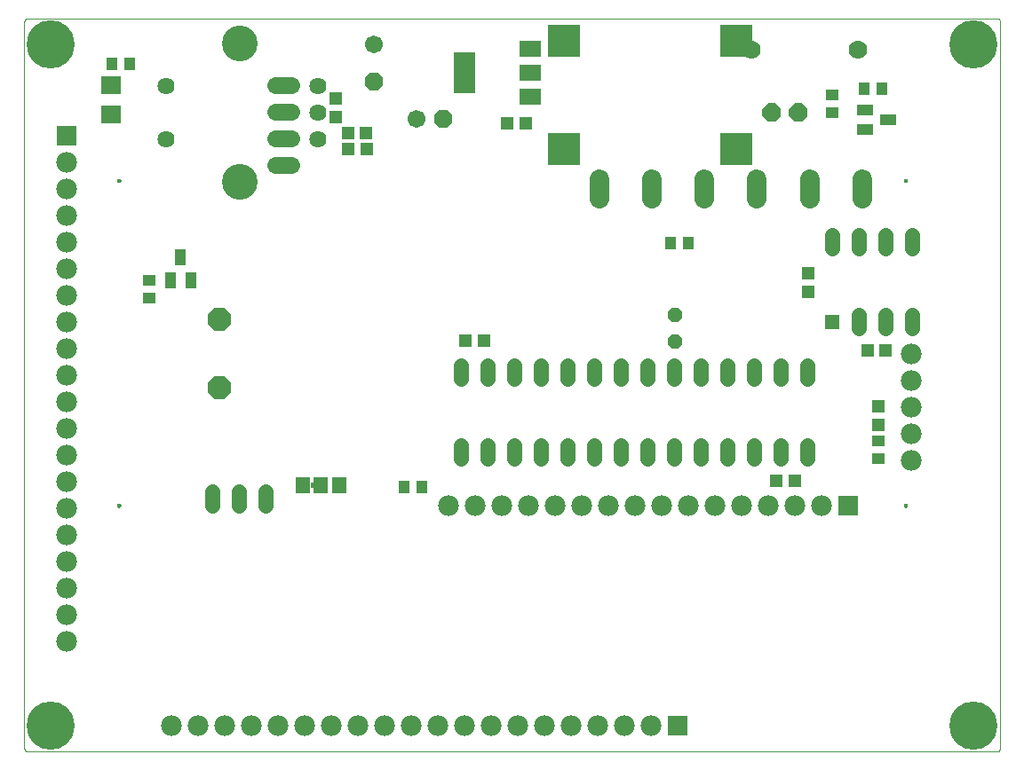
<source format=gts>
G75*
%MOIN*%
%OFA0B0*%
%FSLAX25Y25*%
%IPPOS*%
%LPD*%
%AMOC8*
5,1,8,0,0,1.08239X$1,22.5*
%
%ADD10C,0.00000*%
%ADD11C,0.01581*%
%ADD12R,0.01378X0.01969*%
%ADD13C,0.05600*%
%ADD14R,0.05518X0.06306*%
%ADD15R,0.05600X0.05600*%
%ADD16C,0.07487*%
%ADD17R,0.04652X0.04534*%
%ADD18R,0.04534X0.04652*%
%ADD19R,0.04337X0.04731*%
%ADD20C,0.07800*%
%ADD21R,0.04731X0.04337*%
%ADD22R,0.08274X0.06306*%
%ADD23R,0.08274X0.15361*%
%ADD24OC8,0.06700*%
%ADD25C,0.06700*%
%ADD26R,0.07498X0.06699*%
%ADD27C,0.06400*%
%ADD28OC8,0.08900*%
%ADD29R,0.05912X0.04337*%
%ADD30OC8,0.05600*%
%ADD31R,0.04337X0.05912*%
%ADD32R,0.12211X0.12211*%
%ADD33C,0.07000*%
%ADD34R,0.07800X0.07800*%
%ADD35C,0.06400*%
%ADD36C,0.13400*%
%ADD37OC8,0.07000*%
%ADD38C,0.18117*%
D10*
X0001000Y0002181D02*
X0001000Y0275409D01*
X0001002Y0275475D01*
X0001007Y0275541D01*
X0001017Y0275607D01*
X0001030Y0275672D01*
X0001046Y0275736D01*
X0001066Y0275799D01*
X0001090Y0275861D01*
X0001117Y0275921D01*
X0001147Y0275980D01*
X0001181Y0276037D01*
X0001218Y0276092D01*
X0001258Y0276145D01*
X0001300Y0276196D01*
X0001346Y0276244D01*
X0001394Y0276290D01*
X0001445Y0276332D01*
X0001498Y0276372D01*
X0001553Y0276409D01*
X0001610Y0276443D01*
X0001669Y0276473D01*
X0001729Y0276500D01*
X0001791Y0276524D01*
X0001854Y0276544D01*
X0001918Y0276560D01*
X0001983Y0276573D01*
X0002049Y0276583D01*
X0002115Y0276588D01*
X0002181Y0276590D01*
X0002181Y0276591D02*
X0365961Y0276591D01*
X0365961Y0276590D02*
X0366027Y0276588D01*
X0366093Y0276583D01*
X0366159Y0276573D01*
X0366224Y0276560D01*
X0366288Y0276544D01*
X0366351Y0276524D01*
X0366413Y0276500D01*
X0366473Y0276473D01*
X0366532Y0276443D01*
X0366589Y0276409D01*
X0366644Y0276372D01*
X0366697Y0276332D01*
X0366748Y0276290D01*
X0366796Y0276244D01*
X0366842Y0276196D01*
X0366884Y0276145D01*
X0366924Y0276092D01*
X0366961Y0276037D01*
X0366995Y0275980D01*
X0367025Y0275921D01*
X0367052Y0275861D01*
X0367076Y0275799D01*
X0367096Y0275736D01*
X0367112Y0275672D01*
X0367125Y0275607D01*
X0367135Y0275541D01*
X0367140Y0275475D01*
X0367142Y0275409D01*
X0367142Y0002181D01*
X0367140Y0002115D01*
X0367135Y0002049D01*
X0367125Y0001983D01*
X0367112Y0001918D01*
X0367096Y0001854D01*
X0367076Y0001791D01*
X0367052Y0001729D01*
X0367025Y0001669D01*
X0366995Y0001610D01*
X0366961Y0001553D01*
X0366924Y0001498D01*
X0366884Y0001445D01*
X0366842Y0001394D01*
X0366796Y0001346D01*
X0366748Y0001300D01*
X0366697Y0001258D01*
X0366644Y0001218D01*
X0366589Y0001181D01*
X0366532Y0001147D01*
X0366473Y0001117D01*
X0366413Y0001090D01*
X0366351Y0001066D01*
X0366288Y0001046D01*
X0366224Y0001030D01*
X0366159Y0001017D01*
X0366093Y0001007D01*
X0366027Y0001002D01*
X0365961Y0001000D01*
X0002181Y0001000D01*
X0002115Y0001002D01*
X0002049Y0001007D01*
X0001983Y0001017D01*
X0001918Y0001030D01*
X0001854Y0001046D01*
X0001791Y0001066D01*
X0001729Y0001090D01*
X0001669Y0001117D01*
X0001610Y0001147D01*
X0001553Y0001181D01*
X0001498Y0001218D01*
X0001445Y0001258D01*
X0001394Y0001300D01*
X0001346Y0001346D01*
X0001300Y0001394D01*
X0001258Y0001445D01*
X0001218Y0001498D01*
X0001181Y0001553D01*
X0001147Y0001610D01*
X0001117Y0001669D01*
X0001090Y0001729D01*
X0001066Y0001791D01*
X0001046Y0001854D01*
X0001030Y0001918D01*
X0001017Y0001983D01*
X0001007Y0002049D01*
X0001002Y0002115D01*
X0001000Y0002181D01*
X0035842Y0093520D02*
X0035844Y0093568D01*
X0035850Y0093616D01*
X0035860Y0093663D01*
X0035873Y0093709D01*
X0035891Y0093754D01*
X0035911Y0093798D01*
X0035936Y0093840D01*
X0035964Y0093879D01*
X0035994Y0093916D01*
X0036028Y0093950D01*
X0036065Y0093982D01*
X0036103Y0094011D01*
X0036144Y0094036D01*
X0036187Y0094058D01*
X0036232Y0094076D01*
X0036278Y0094090D01*
X0036325Y0094101D01*
X0036373Y0094108D01*
X0036421Y0094111D01*
X0036469Y0094110D01*
X0036517Y0094105D01*
X0036565Y0094096D01*
X0036611Y0094084D01*
X0036656Y0094067D01*
X0036700Y0094047D01*
X0036742Y0094024D01*
X0036782Y0093997D01*
X0036820Y0093967D01*
X0036855Y0093934D01*
X0036887Y0093898D01*
X0036917Y0093860D01*
X0036943Y0093819D01*
X0036965Y0093776D01*
X0036985Y0093732D01*
X0037000Y0093687D01*
X0037012Y0093640D01*
X0037020Y0093592D01*
X0037024Y0093544D01*
X0037024Y0093496D01*
X0037020Y0093448D01*
X0037012Y0093400D01*
X0037000Y0093353D01*
X0036985Y0093308D01*
X0036965Y0093264D01*
X0036943Y0093221D01*
X0036917Y0093180D01*
X0036887Y0093142D01*
X0036855Y0093106D01*
X0036820Y0093073D01*
X0036782Y0093043D01*
X0036742Y0093016D01*
X0036700Y0092993D01*
X0036656Y0092973D01*
X0036611Y0092956D01*
X0036565Y0092944D01*
X0036517Y0092935D01*
X0036469Y0092930D01*
X0036421Y0092929D01*
X0036373Y0092932D01*
X0036325Y0092939D01*
X0036278Y0092950D01*
X0036232Y0092964D01*
X0036187Y0092982D01*
X0036144Y0093004D01*
X0036103Y0093029D01*
X0036065Y0093058D01*
X0036028Y0093090D01*
X0035994Y0093124D01*
X0035964Y0093161D01*
X0035936Y0093200D01*
X0035911Y0093242D01*
X0035891Y0093286D01*
X0035873Y0093331D01*
X0035860Y0093377D01*
X0035850Y0093424D01*
X0035844Y0093472D01*
X0035842Y0093520D01*
X0035842Y0215567D02*
X0035844Y0215615D01*
X0035850Y0215663D01*
X0035860Y0215710D01*
X0035873Y0215756D01*
X0035891Y0215801D01*
X0035911Y0215845D01*
X0035936Y0215887D01*
X0035964Y0215926D01*
X0035994Y0215963D01*
X0036028Y0215997D01*
X0036065Y0216029D01*
X0036103Y0216058D01*
X0036144Y0216083D01*
X0036187Y0216105D01*
X0036232Y0216123D01*
X0036278Y0216137D01*
X0036325Y0216148D01*
X0036373Y0216155D01*
X0036421Y0216158D01*
X0036469Y0216157D01*
X0036517Y0216152D01*
X0036565Y0216143D01*
X0036611Y0216131D01*
X0036656Y0216114D01*
X0036700Y0216094D01*
X0036742Y0216071D01*
X0036782Y0216044D01*
X0036820Y0216014D01*
X0036855Y0215981D01*
X0036887Y0215945D01*
X0036917Y0215907D01*
X0036943Y0215866D01*
X0036965Y0215823D01*
X0036985Y0215779D01*
X0037000Y0215734D01*
X0037012Y0215687D01*
X0037020Y0215639D01*
X0037024Y0215591D01*
X0037024Y0215543D01*
X0037020Y0215495D01*
X0037012Y0215447D01*
X0037000Y0215400D01*
X0036985Y0215355D01*
X0036965Y0215311D01*
X0036943Y0215268D01*
X0036917Y0215227D01*
X0036887Y0215189D01*
X0036855Y0215153D01*
X0036820Y0215120D01*
X0036782Y0215090D01*
X0036742Y0215063D01*
X0036700Y0215040D01*
X0036656Y0215020D01*
X0036611Y0215003D01*
X0036565Y0214991D01*
X0036517Y0214982D01*
X0036469Y0214977D01*
X0036421Y0214976D01*
X0036373Y0214979D01*
X0036325Y0214986D01*
X0036278Y0214997D01*
X0036232Y0215011D01*
X0036187Y0215029D01*
X0036144Y0215051D01*
X0036103Y0215076D01*
X0036065Y0215105D01*
X0036028Y0215137D01*
X0035994Y0215171D01*
X0035964Y0215208D01*
X0035936Y0215247D01*
X0035911Y0215289D01*
X0035891Y0215333D01*
X0035873Y0215378D01*
X0035860Y0215424D01*
X0035850Y0215471D01*
X0035844Y0215519D01*
X0035842Y0215567D01*
X0331118Y0215567D02*
X0331120Y0215615D01*
X0331126Y0215663D01*
X0331136Y0215710D01*
X0331149Y0215756D01*
X0331167Y0215801D01*
X0331187Y0215845D01*
X0331212Y0215887D01*
X0331240Y0215926D01*
X0331270Y0215963D01*
X0331304Y0215997D01*
X0331341Y0216029D01*
X0331379Y0216058D01*
X0331420Y0216083D01*
X0331463Y0216105D01*
X0331508Y0216123D01*
X0331554Y0216137D01*
X0331601Y0216148D01*
X0331649Y0216155D01*
X0331697Y0216158D01*
X0331745Y0216157D01*
X0331793Y0216152D01*
X0331841Y0216143D01*
X0331887Y0216131D01*
X0331932Y0216114D01*
X0331976Y0216094D01*
X0332018Y0216071D01*
X0332058Y0216044D01*
X0332096Y0216014D01*
X0332131Y0215981D01*
X0332163Y0215945D01*
X0332193Y0215907D01*
X0332219Y0215866D01*
X0332241Y0215823D01*
X0332261Y0215779D01*
X0332276Y0215734D01*
X0332288Y0215687D01*
X0332296Y0215639D01*
X0332300Y0215591D01*
X0332300Y0215543D01*
X0332296Y0215495D01*
X0332288Y0215447D01*
X0332276Y0215400D01*
X0332261Y0215355D01*
X0332241Y0215311D01*
X0332219Y0215268D01*
X0332193Y0215227D01*
X0332163Y0215189D01*
X0332131Y0215153D01*
X0332096Y0215120D01*
X0332058Y0215090D01*
X0332018Y0215063D01*
X0331976Y0215040D01*
X0331932Y0215020D01*
X0331887Y0215003D01*
X0331841Y0214991D01*
X0331793Y0214982D01*
X0331745Y0214977D01*
X0331697Y0214976D01*
X0331649Y0214979D01*
X0331601Y0214986D01*
X0331554Y0214997D01*
X0331508Y0215011D01*
X0331463Y0215029D01*
X0331420Y0215051D01*
X0331379Y0215076D01*
X0331341Y0215105D01*
X0331304Y0215137D01*
X0331270Y0215171D01*
X0331240Y0215208D01*
X0331212Y0215247D01*
X0331187Y0215289D01*
X0331167Y0215333D01*
X0331149Y0215378D01*
X0331136Y0215424D01*
X0331126Y0215471D01*
X0331120Y0215519D01*
X0331118Y0215567D01*
X0331118Y0093520D02*
X0331120Y0093568D01*
X0331126Y0093616D01*
X0331136Y0093663D01*
X0331149Y0093709D01*
X0331167Y0093754D01*
X0331187Y0093798D01*
X0331212Y0093840D01*
X0331240Y0093879D01*
X0331270Y0093916D01*
X0331304Y0093950D01*
X0331341Y0093982D01*
X0331379Y0094011D01*
X0331420Y0094036D01*
X0331463Y0094058D01*
X0331508Y0094076D01*
X0331554Y0094090D01*
X0331601Y0094101D01*
X0331649Y0094108D01*
X0331697Y0094111D01*
X0331745Y0094110D01*
X0331793Y0094105D01*
X0331841Y0094096D01*
X0331887Y0094084D01*
X0331932Y0094067D01*
X0331976Y0094047D01*
X0332018Y0094024D01*
X0332058Y0093997D01*
X0332096Y0093967D01*
X0332131Y0093934D01*
X0332163Y0093898D01*
X0332193Y0093860D01*
X0332219Y0093819D01*
X0332241Y0093776D01*
X0332261Y0093732D01*
X0332276Y0093687D01*
X0332288Y0093640D01*
X0332296Y0093592D01*
X0332300Y0093544D01*
X0332300Y0093496D01*
X0332296Y0093448D01*
X0332288Y0093400D01*
X0332276Y0093353D01*
X0332261Y0093308D01*
X0332241Y0093264D01*
X0332219Y0093221D01*
X0332193Y0093180D01*
X0332163Y0093142D01*
X0332131Y0093106D01*
X0332096Y0093073D01*
X0332058Y0093043D01*
X0332018Y0093016D01*
X0331976Y0092993D01*
X0331932Y0092973D01*
X0331887Y0092956D01*
X0331841Y0092944D01*
X0331793Y0092935D01*
X0331745Y0092930D01*
X0331697Y0092929D01*
X0331649Y0092932D01*
X0331601Y0092939D01*
X0331554Y0092950D01*
X0331508Y0092964D01*
X0331463Y0092982D01*
X0331420Y0093004D01*
X0331379Y0093029D01*
X0331341Y0093058D01*
X0331304Y0093090D01*
X0331270Y0093124D01*
X0331240Y0093161D01*
X0331212Y0093200D01*
X0331187Y0093242D01*
X0331167Y0093286D01*
X0331149Y0093331D01*
X0331136Y0093377D01*
X0331126Y0093424D01*
X0331120Y0093472D01*
X0331118Y0093520D01*
D11*
X0331709Y0093520D03*
X0331709Y0215567D03*
X0036433Y0215567D03*
X0036433Y0093520D03*
D12*
X0109169Y0101000D03*
D13*
X0091472Y0098718D02*
X0091472Y0093518D01*
X0081472Y0093518D02*
X0081472Y0098718D01*
X0071472Y0098718D02*
X0071472Y0093518D01*
X0164937Y0110959D02*
X0164937Y0116159D01*
X0174937Y0116159D02*
X0174937Y0110959D01*
X0184937Y0110959D02*
X0184937Y0116159D01*
X0194937Y0116159D02*
X0194937Y0110959D01*
X0204937Y0110959D02*
X0204937Y0116159D01*
X0214937Y0116159D02*
X0214937Y0110959D01*
X0224937Y0110959D02*
X0224937Y0116159D01*
X0234937Y0116159D02*
X0234937Y0110959D01*
X0244937Y0110959D02*
X0244937Y0116159D01*
X0254937Y0116159D02*
X0254937Y0110959D01*
X0264937Y0110959D02*
X0264937Y0116159D01*
X0274937Y0116159D02*
X0274937Y0110959D01*
X0284937Y0110959D02*
X0284937Y0116159D01*
X0294937Y0116159D02*
X0294937Y0110959D01*
X0294937Y0140959D02*
X0294937Y0146159D01*
X0284937Y0146159D02*
X0284937Y0140959D01*
X0274937Y0140959D02*
X0274937Y0146159D01*
X0264937Y0146159D02*
X0264937Y0140959D01*
X0254937Y0140959D02*
X0254937Y0146159D01*
X0244937Y0146159D02*
X0244937Y0140959D01*
X0234937Y0140959D02*
X0234937Y0146159D01*
X0224937Y0146159D02*
X0224937Y0140959D01*
X0214937Y0140959D02*
X0214937Y0146159D01*
X0204937Y0146159D02*
X0204937Y0140959D01*
X0194937Y0140959D02*
X0194937Y0146159D01*
X0184937Y0146159D02*
X0184937Y0140959D01*
X0174937Y0140959D02*
X0174937Y0146159D01*
X0164937Y0146159D02*
X0164937Y0140959D01*
X0304110Y0189975D02*
X0304110Y0195175D01*
X0314110Y0195175D02*
X0314110Y0189975D01*
X0324110Y0189975D02*
X0324110Y0195175D01*
X0334110Y0195175D02*
X0334110Y0189975D01*
X0334110Y0165175D02*
X0334110Y0159975D01*
X0324110Y0159975D02*
X0324110Y0165175D01*
X0314110Y0165175D02*
X0314110Y0159975D01*
D14*
X0119031Y0100961D03*
X0112339Y0100961D03*
X0105646Y0100961D03*
D15*
X0304110Y0162575D03*
D16*
X0295685Y0208874D02*
X0295685Y0215961D01*
X0315370Y0215961D02*
X0315370Y0208874D01*
X0276000Y0208874D02*
X0276000Y0215961D01*
X0256315Y0215961D02*
X0256315Y0208874D01*
X0236630Y0208874D02*
X0236630Y0215961D01*
X0216945Y0215961D02*
X0216945Y0208874D01*
D17*
X0295291Y0180626D03*
X0295291Y0173736D03*
X0321669Y0130823D03*
X0321669Y0123933D03*
X0117732Y0239484D03*
X0117732Y0246374D03*
D18*
X0122358Y0233480D03*
X0129248Y0233480D03*
X0129445Y0227575D03*
X0122555Y0227575D03*
X0182201Y0237220D03*
X0189091Y0237220D03*
X0173539Y0155331D03*
X0166650Y0155331D03*
X0283185Y0102772D03*
X0290075Y0102772D03*
X0317437Y0151787D03*
X0324327Y0151787D03*
D19*
X0250213Y0191945D03*
X0243520Y0191945D03*
X0316157Y0250016D03*
X0322850Y0250016D03*
X0150213Y0100606D03*
X0143520Y0100606D03*
X0040567Y0259465D03*
X0033874Y0259465D03*
D20*
X0016748Y0222339D03*
X0016748Y0212339D03*
X0016748Y0202339D03*
X0016748Y0192339D03*
X0016748Y0182339D03*
X0016748Y0172339D03*
X0016748Y0162339D03*
X0016748Y0152339D03*
X0016748Y0142339D03*
X0016748Y0132339D03*
X0016748Y0122339D03*
X0016748Y0112339D03*
X0016748Y0102339D03*
X0016748Y0092339D03*
X0016748Y0082339D03*
X0016748Y0072339D03*
X0016748Y0062339D03*
X0016748Y0052339D03*
X0016748Y0042339D03*
X0056118Y0010843D03*
X0066118Y0010843D03*
X0076118Y0010843D03*
X0086118Y0010843D03*
X0096118Y0010843D03*
X0106118Y0010843D03*
X0116118Y0010843D03*
X0126118Y0010843D03*
X0136118Y0010843D03*
X0146118Y0010843D03*
X0156118Y0010843D03*
X0166118Y0010843D03*
X0176118Y0010843D03*
X0186118Y0010843D03*
X0196118Y0010843D03*
X0206118Y0010843D03*
X0216118Y0010843D03*
X0226118Y0010843D03*
X0236118Y0010843D03*
X0240055Y0093520D03*
X0250055Y0093520D03*
X0260055Y0093520D03*
X0270055Y0093520D03*
X0280055Y0093520D03*
X0290055Y0093520D03*
X0300055Y0093520D03*
X0333874Y0110449D03*
X0333874Y0120449D03*
X0333874Y0130449D03*
X0333874Y0140449D03*
X0333874Y0150449D03*
X0230055Y0093520D03*
X0220055Y0093520D03*
X0210055Y0093520D03*
X0200055Y0093520D03*
X0190055Y0093520D03*
X0180055Y0093520D03*
X0170055Y0093520D03*
X0160055Y0093520D03*
D21*
X0047850Y0171276D03*
X0047850Y0177969D03*
X0304150Y0240961D03*
X0304150Y0247654D03*
X0321669Y0117929D03*
X0321669Y0111236D03*
D22*
X0190961Y0247063D03*
X0190961Y0256118D03*
X0190961Y0265173D03*
D23*
X0166157Y0256118D03*
D24*
X0158165Y0238795D03*
X0132102Y0252858D03*
D25*
X0132102Y0266858D03*
X0148165Y0238795D03*
D26*
X0033677Y0240283D03*
X0033677Y0251480D03*
D27*
X0095047Y0251433D02*
X0101047Y0251433D01*
X0101047Y0241433D02*
X0095047Y0241433D01*
X0095047Y0231433D02*
X0101047Y0231433D01*
X0101047Y0221433D02*
X0095047Y0221433D01*
D28*
X0074228Y0163406D03*
X0074228Y0137806D03*
D29*
X0316551Y0234661D03*
X0316551Y0242142D03*
X0325213Y0238402D03*
D30*
X0245094Y0165055D03*
X0245094Y0155055D03*
D31*
X0063402Y0177969D03*
X0055921Y0177969D03*
X0059661Y0186630D03*
D32*
X0203559Y0227575D03*
X0203559Y0268126D03*
X0268126Y0268126D03*
X0268126Y0227575D03*
D33*
X0273717Y0264780D03*
X0313717Y0264780D03*
D34*
X0310055Y0093520D03*
X0246118Y0010843D03*
X0016748Y0232339D03*
D35*
X0054209Y0231157D03*
X0054209Y0251157D03*
X0111209Y0251157D03*
X0111209Y0241157D03*
X0111209Y0231157D03*
D36*
X0081709Y0215157D03*
X0081709Y0267157D03*
D37*
X0281433Y0241157D03*
X0291433Y0241157D03*
D38*
X0357299Y0266748D03*
X0357299Y0010843D03*
X0010843Y0010843D03*
X0010843Y0266748D03*
M02*

</source>
